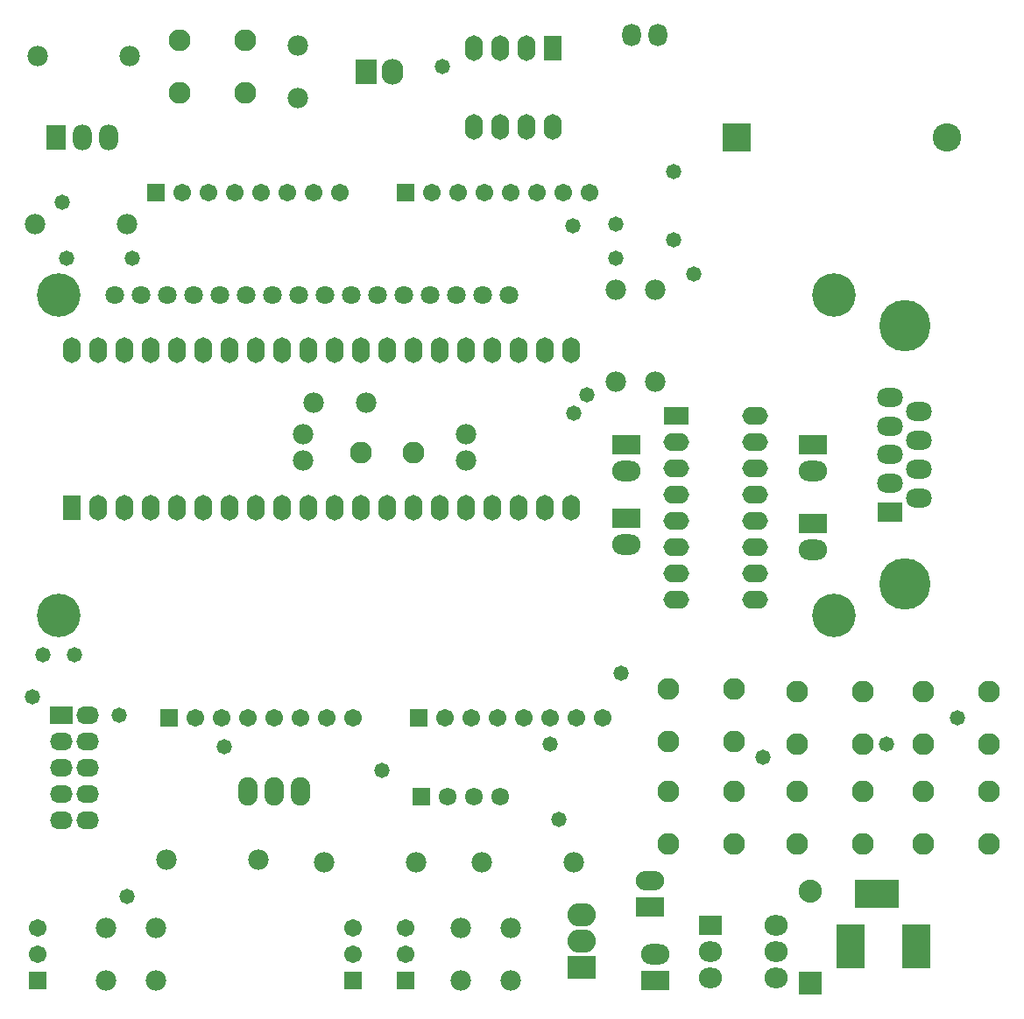
<source format=gbs>
G04 Layer_Color=65280*
%FSTAX44Y44*%
%MOMM*%
G71*
G01*
G75*
%ADD66C,2.1082*%
%ADD67C,1.9812*%
%ADD68C,1.7032*%
%ADD69R,1.7032X1.7032*%
%ADD70O,2.7432X1.9812*%
%ADD71R,2.7432X1.9812*%
%ADD72R,2.2352X2.2352*%
%ADD73C,2.2352*%
%ADD74C,1.8000*%
%ADD75C,4.2032*%
%ADD76O,2.2352X1.9812*%
%ADD77R,2.2352X1.9812*%
%ADD78O,2.1082X2.4892*%
%ADD79R,2.1082X2.4892*%
%ADD80C,2.7432*%
%ADD81R,2.7432X2.7432*%
%ADD82R,1.8542X2.4892*%
%ADD83O,1.8542X2.4892*%
%ADD84O,2.7432X2.2352*%
%ADD85R,2.7432X2.2352*%
%ADD86O,2.7432X1.8542*%
%ADD87R,2.7432X1.8542*%
%ADD88O,2.4892X1.8542*%
%ADD89C,4.9632*%
%ADD90R,2.4892X1.8542*%
%ADD91O,2.2032X1.7032*%
%ADD92R,2.2032X1.7032*%
%ADD93R,1.7032X1.7032*%
%ADD94O,1.8032X2.2032*%
%ADD95O,1.7272X2.4892*%
%ADD96R,1.7272X2.4892*%
%ADD97R,1.7232X1.7232*%
%ADD98C,1.7232*%
%ADD99O,1.8796X2.7432*%
%ADD100O,2.4892X1.7272*%
%ADD101R,2.4892X1.7272*%
%ADD102R,4.2672X2.7432*%
%ADD103R,2.7432X4.2672*%
%ADD104C,1.4732*%
D66*
X0116078Y0042418D02*
D03*
X0122428Y0047498D02*
D03*
Y0042418D02*
D03*
X0116078Y0047498D02*
D03*
X009144Y0042418D02*
D03*
X009779Y0047498D02*
D03*
Y0042418D02*
D03*
X009144Y0047498D02*
D03*
X0103886Y0042418D02*
D03*
X0110236Y0047498D02*
D03*
Y0042418D02*
D03*
X0103886Y0047498D02*
D03*
X009144Y0052324D02*
D03*
X009779Y0057404D02*
D03*
Y0052324D02*
D03*
X009144Y0057404D02*
D03*
X0116078Y005207D02*
D03*
X0122428Y005715D02*
D03*
Y005207D02*
D03*
X0116078Y005715D02*
D03*
X0103886Y005207D02*
D03*
X0110236Y005715D02*
D03*
Y005207D02*
D03*
X0103886Y005715D02*
D03*
X0066802Y0080264D02*
D03*
X0061722D02*
D03*
X0044196Y0115062D02*
D03*
X0050546Y0120142D02*
D03*
Y0115062D02*
D03*
X0044196Y0120142D02*
D03*
D67*
X0058166Y004064D02*
D03*
X0067056D02*
D03*
X0042926Y0040894D02*
D03*
X0051816D02*
D03*
X0073406Y004064D02*
D03*
X0082296D02*
D03*
X004191Y002921D02*
D03*
Y003429D02*
D03*
X0037084Y002921D02*
D03*
Y003429D02*
D03*
X00762Y002921D02*
D03*
Y003429D02*
D03*
X0071374Y002921D02*
D03*
Y003429D02*
D03*
X008636Y0096012D02*
D03*
Y0087122D02*
D03*
X009017Y0096012D02*
D03*
Y0087122D02*
D03*
X0030226Y0102362D02*
D03*
X0039116D02*
D03*
X0056134Y0079502D02*
D03*
Y0082042D02*
D03*
X0071882Y0079502D02*
D03*
Y0082042D02*
D03*
X005715Y008509D02*
D03*
X006223D02*
D03*
X0055626Y0119634D02*
D03*
Y0114554D02*
D03*
X003937Y0118618D02*
D03*
X003048D02*
D03*
D68*
X006096Y005461D02*
D03*
X005842D02*
D03*
X005588D02*
D03*
X005334D02*
D03*
X00508D02*
D03*
X004826D02*
D03*
X004572D02*
D03*
X008509D02*
D03*
X008255D02*
D03*
X008001D02*
D03*
X007747D02*
D03*
X007493D02*
D03*
X007239D02*
D03*
X006985D02*
D03*
X005969Y010541D02*
D03*
X005715D02*
D03*
X005461D02*
D03*
X005207D02*
D03*
X004953D02*
D03*
X004699D02*
D03*
X004445D02*
D03*
X008382D02*
D03*
X008128D02*
D03*
X007874D02*
D03*
X00762D02*
D03*
X007366D02*
D03*
X007112D02*
D03*
X006858D02*
D03*
X003048Y003429D02*
D03*
Y003175D02*
D03*
X006096Y003429D02*
D03*
Y003175D02*
D03*
X006604Y003429D02*
D03*
Y003175D02*
D03*
D69*
X004318Y005461D02*
D03*
X006731D02*
D03*
X004191Y010541D02*
D03*
X006604D02*
D03*
D70*
X010541Y0070866D02*
D03*
Y0078486D02*
D03*
X0087376D02*
D03*
Y0071374D02*
D03*
X009017Y003175D02*
D03*
D71*
X010541Y0073406D02*
D03*
Y0081026D02*
D03*
X0087376D02*
D03*
Y0073914D02*
D03*
X009017Y002921D02*
D03*
D72*
X0105156Y0028956D02*
D03*
D73*
Y0037846D02*
D03*
D74*
X0060872Y0095516D02*
D03*
X0058332D02*
D03*
X0055792D02*
D03*
X0053252D02*
D03*
X0050712D02*
D03*
X0048172D02*
D03*
X0045632D02*
D03*
X0043092D02*
D03*
X0040552D02*
D03*
X0038012D02*
D03*
X0063412D02*
D03*
X0065952D02*
D03*
X0068492D02*
D03*
X0071032D02*
D03*
X0073572D02*
D03*
X0076112D02*
D03*
D75*
X0032512Y0064516D02*
D03*
X0107512D02*
D03*
X0032512Y0095516D02*
D03*
X0107512D02*
D03*
D76*
X0101854Y0034544D02*
D03*
Y0032004D02*
D03*
Y0029464D02*
D03*
X0095504D02*
D03*
Y0032004D02*
D03*
D77*
Y0034544D02*
D03*
D78*
X006477Y0117094D02*
D03*
D79*
X006223D02*
D03*
D80*
X0118364Y0110744D02*
D03*
D81*
X0098044D02*
D03*
D82*
X0032258D02*
D03*
D83*
X0034798D02*
D03*
X0037338D02*
D03*
D84*
X0083058Y003556D02*
D03*
Y003302D02*
D03*
D85*
Y003048D02*
D03*
D86*
X0089662Y0038862D02*
D03*
D87*
Y0036322D02*
D03*
D88*
X011572Y0078674D02*
D03*
Y0084214D02*
D03*
X011288Y0082829D02*
D03*
X011572Y0081444D02*
D03*
X011288Y0080059D02*
D03*
Y0077289D02*
D03*
X011572Y0075904D02*
D03*
X011288Y0085599D02*
D03*
D89*
X01143Y0067564D02*
D03*
Y0092554D02*
D03*
D90*
X011288Y0074519D02*
D03*
D91*
X0035306Y0044704D02*
D03*
Y0047244D02*
D03*
Y0049784D02*
D03*
Y0052324D02*
D03*
Y0054864D02*
D03*
X0032766Y0052324D02*
D03*
Y0049784D02*
D03*
Y0047244D02*
D03*
Y0044704D02*
D03*
D92*
Y0054864D02*
D03*
D93*
X003048Y002921D02*
D03*
X006096D02*
D03*
X006604D02*
D03*
D94*
X0087884Y012065D02*
D03*
X0090424D02*
D03*
D95*
X0072644Y011176D02*
D03*
X0075184D02*
D03*
X0077724D02*
D03*
X0080264D02*
D03*
X0072644Y011938D02*
D03*
X0075184D02*
D03*
X0077724D02*
D03*
X0082042Y009017D02*
D03*
X0079502D02*
D03*
X0076962D02*
D03*
X0074422D02*
D03*
X0071882D02*
D03*
X0069342D02*
D03*
X0066802D02*
D03*
X0064262D02*
D03*
X0061722D02*
D03*
X0059182D02*
D03*
X0056642D02*
D03*
X0054102D02*
D03*
X0051562D02*
D03*
X0049022D02*
D03*
X0046482D02*
D03*
X0043942D02*
D03*
X0041402D02*
D03*
X0038862D02*
D03*
X0036322D02*
D03*
X0033782D02*
D03*
X0082042Y007493D02*
D03*
X0079502D02*
D03*
X0076962D02*
D03*
X0074422D02*
D03*
X0071882D02*
D03*
X0069342D02*
D03*
X0066802D02*
D03*
X0064262D02*
D03*
X0061722D02*
D03*
X0059182D02*
D03*
X0056642D02*
D03*
X0054102D02*
D03*
X0051562D02*
D03*
X0049022D02*
D03*
X0046482D02*
D03*
X0043942D02*
D03*
X0041402D02*
D03*
X0038862D02*
D03*
X0036322D02*
D03*
D96*
X0080264Y011938D02*
D03*
X0033782Y007493D02*
D03*
D97*
X0067564Y004699D02*
D03*
D98*
X0070104D02*
D03*
X0072644D02*
D03*
X0075184D02*
D03*
D99*
X00508Y0047498D02*
D03*
X005334D02*
D03*
X005588D02*
D03*
D100*
X0099822Y006604D02*
D03*
Y006858D02*
D03*
Y007112D02*
D03*
Y007366D02*
D03*
Y00762D02*
D03*
Y007874D02*
D03*
Y008128D02*
D03*
Y008382D02*
D03*
X0092202Y006604D02*
D03*
Y006858D02*
D03*
Y007112D02*
D03*
Y007366D02*
D03*
Y00762D02*
D03*
Y007874D02*
D03*
Y008128D02*
D03*
D101*
Y008382D02*
D03*
D102*
X0111633Y0037592D02*
D03*
D103*
X0115443Y0032512D02*
D03*
X0109093D02*
D03*
D104*
X0091948Y0100838D02*
D03*
X00328676Y01044956D02*
D03*
X0034036Y0060706D02*
D03*
X0029972Y0056642D02*
D03*
X011938Y005461D02*
D03*
X0100584Y00508D02*
D03*
X008001Y005207D02*
D03*
X00822706Y0102235D02*
D03*
X0083566Y0085852D02*
D03*
X0048514Y0051816D02*
D03*
X0039116Y0037338D02*
D03*
X00939292Y00975106D02*
D03*
X008636Y0102362D02*
D03*
X0039624Y009906D02*
D03*
X0030988Y0060706D02*
D03*
X0063754Y004953D02*
D03*
X0080899Y0044831D02*
D03*
X0091948Y0107442D02*
D03*
X0086868Y0058928D02*
D03*
X0082296Y0084074D02*
D03*
X0038354Y0054864D02*
D03*
X008636Y009906D02*
D03*
X0033274D02*
D03*
X0112522Y005207D02*
D03*
X0069596Y0117602D02*
D03*
M02*

</source>
